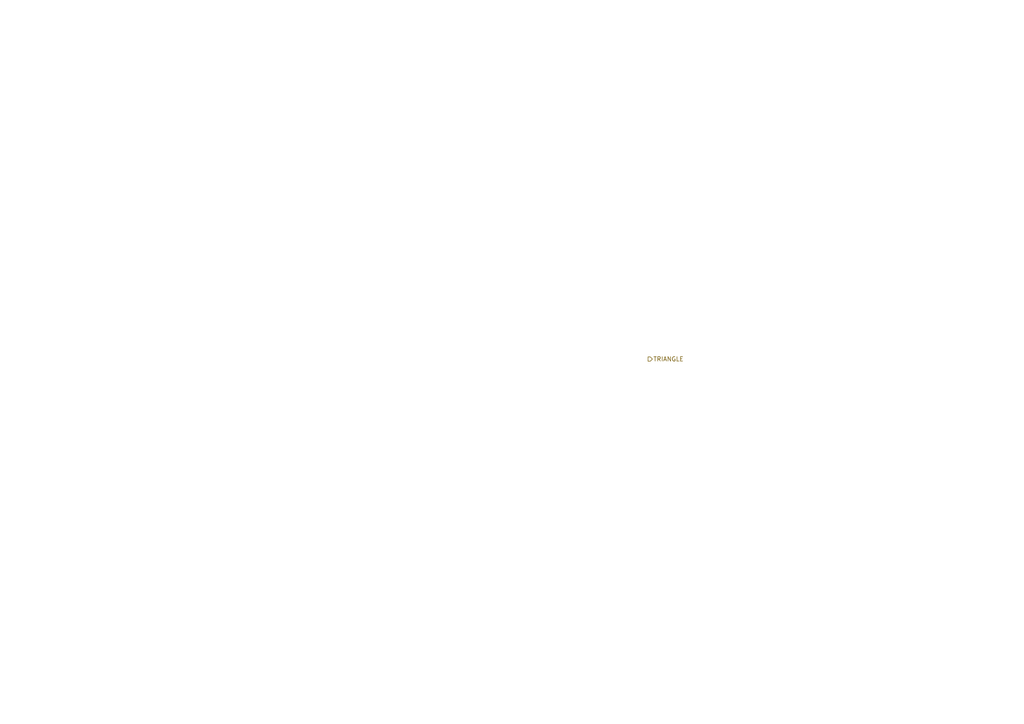
<source format=kicad_sch>
(kicad_sch
	(version 20231120)
	(generator "eeschema")
	(generator_version "8.0")
	(uuid "cffed2ef-a6f1-4137-97ee-554ddbfedd17")
	(paper "A4")
	(lib_symbols)
	(hierarchical_label "TRIANGLE"
		(shape output)
		(at 187.96 104.14 0)
		(fields_autoplaced yes)
		(effects
			(font
				(size 1.27 1.27)
			)
			(justify left)
		)
		(uuid "ca430149-88ee-4a36-9c10-9cbf6e80b6d8")
	)
)

</source>
